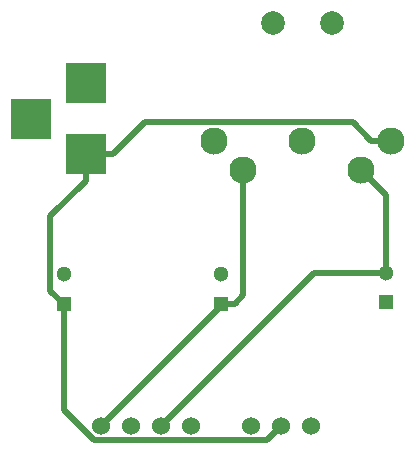
<source format=gtl>
G04 #@! TF.FileFunction,Copper,L1,Top,Signal*
%FSLAX46Y46*%
G04 Gerber Fmt 4.6, Leading zero omitted, Abs format (unit mm)*
G04 Created by KiCad (PCBNEW 4.0.2-stable) date Wednesday, June 01, 2016 'PMt' 05:28:17 PM*
%MOMM*%
G01*
G04 APERTURE LIST*
%ADD10C,0.100000*%
%ADD11R,3.500120X3.500120*%
%ADD12C,2.300000*%
%ADD13C,2.000000*%
%ADD14C,1.524000*%
%ADD15C,1.300000*%
%ADD16R,1.300000X1.300000*%
%ADD17C,0.508000*%
G04 APERTURE END LIST*
D10*
D11*
X139065000Y-79860140D03*
X139065000Y-73860660D03*
X134366000Y-76860400D03*
D12*
X162360000Y-81240000D03*
D13*
X154860000Y-68740000D03*
D12*
X164860000Y-78740000D03*
X157360000Y-78740000D03*
X149860000Y-78740000D03*
X152360000Y-81240000D03*
D13*
X159860000Y-68740000D03*
D14*
X158115000Y-102870000D03*
X155575000Y-102870000D03*
X153035000Y-102870000D03*
X147955000Y-102870000D03*
X145415000Y-102870000D03*
X142875000Y-102870000D03*
X140335000Y-102870000D03*
D15*
X137160000Y-90040000D03*
D16*
X137160000Y-92540000D03*
D15*
X150495000Y-90040000D03*
D16*
X150495000Y-92540000D03*
D15*
X164465000Y-89900000D03*
D16*
X164465000Y-92400000D03*
D17*
X164860000Y-78740000D02*
X163233655Y-78740000D01*
X163233655Y-78740000D02*
X161629654Y-77135999D01*
X161629654Y-77135999D02*
X144047201Y-77135999D01*
X144047201Y-77135999D02*
X141323060Y-79860140D01*
X141323060Y-79860140D02*
X139065000Y-79860140D01*
X137160000Y-92540000D02*
X137160000Y-101494682D01*
X137160000Y-101494682D02*
X139751319Y-104086001D01*
X154358999Y-104086001D02*
X154813001Y-103631999D01*
X139751319Y-104086001D02*
X154358999Y-104086001D01*
X154813001Y-103631999D02*
X155575000Y-102870000D01*
X139065000Y-79860140D02*
X139065000Y-82118200D01*
X139065000Y-82118200D02*
X136055999Y-85127201D01*
X136055999Y-91435999D02*
X137160000Y-92540000D01*
X136055999Y-85127201D02*
X136055999Y-91435999D01*
X150495000Y-92540000D02*
X151653000Y-92540000D01*
X151653000Y-92540000D02*
X152360000Y-91833000D01*
X152360000Y-91833000D02*
X152360000Y-82866345D01*
X152360000Y-82866345D02*
X152360000Y-81240000D01*
X140335000Y-102870000D02*
X150495000Y-92710000D01*
X150495000Y-92710000D02*
X150495000Y-92540000D01*
X164465000Y-89900000D02*
X164465000Y-83345000D01*
X164465000Y-83345000D02*
X162360000Y-81240000D01*
X145415000Y-102870000D02*
X158385000Y-89900000D01*
X158385000Y-89900000D02*
X164465000Y-89900000D01*
M02*

</source>
